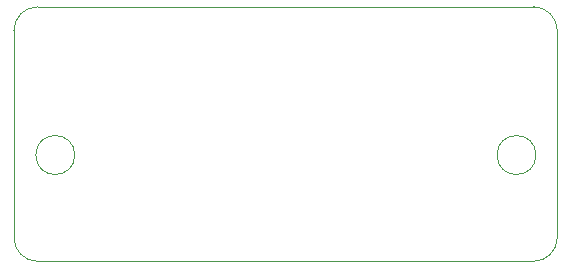
<source format=gbr>
G04 #@! TF.GenerationSoftware,KiCad,Pcbnew,(5.1.4-0-10_14)*
G04 #@! TF.CreationDate,2020-01-20T15:07:35+01:00*
G04 #@! TF.ProjectId,SIOSocket,53494f53-6f63-46b6-9574-2e6b69636164,rev?*
G04 #@! TF.SameCoordinates,Original*
G04 #@! TF.FileFunction,Profile,NP*
%FSLAX46Y46*%
G04 Gerber Fmt 4.6, Leading zero omitted, Abs format (unit mm)*
G04 Created by KiCad (PCBNEW (5.1.4-0-10_14)) date 2020-01-20 15:07:35*
%MOMM*%
%LPD*%
G04 APERTURE LIST*
%ADD10C,0.050000*%
G04 APERTURE END LIST*
D10*
X171000000Y-103000000D02*
X171000000Y-100000000D01*
X125000000Y-103000000D02*
X125000000Y-85450000D01*
X169000000Y-105000000D02*
X127000000Y-105000000D01*
X171000000Y-85450000D02*
X171000000Y-100000000D01*
X127000000Y-83450000D02*
X169000000Y-83450000D01*
X125000000Y-85450000D02*
G75*
G02X127000000Y-83450000I2000000J0D01*
G01*
X127000000Y-105000000D02*
G75*
G02X125000000Y-103000000I0J2000000D01*
G01*
X171000000Y-103000000D02*
G75*
G02X169000000Y-105000000I-2000000J0D01*
G01*
X169000000Y-83450000D02*
G75*
G02X171000000Y-85450000I0J-2000000D01*
G01*
X130150000Y-96000000D02*
G75*
G03X130150000Y-96000000I-1650000J0D01*
G01*
X169200000Y-96000000D02*
G75*
G03X169200000Y-96000000I-1650000J0D01*
G01*
M02*

</source>
